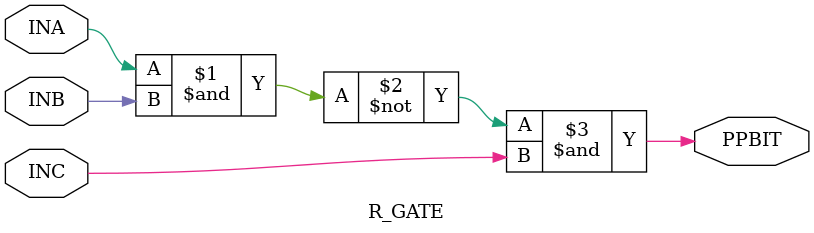
<source format=v>
module R_GATE ( INA, INB, INC, PPBIT );
input  INA;
input  INB;
input  INC;
output PPBIT;
   assign PPBIT = ( ~ (INA & INB)) & INC;
endmodule
</source>
